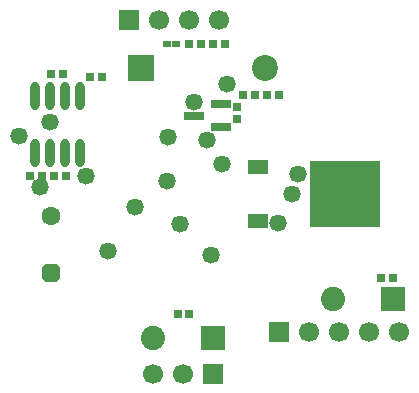
<source format=gbr>
G04 Layer_Color=8388736*
%FSLAX42Y42*%
%MOMM*%
%TF.FileFunction,Soldermask,Top*%
%TF.Part,Single*%
G01*
G75*
%TA.AperFunction,SMDPad,CuDef*%
%ADD39R,1.70X0.80*%
%ADD40R,1.80X1.20*%
%ADD41R,5.90X5.70*%
%ADD42R,0.80X0.70*%
%ADD43R,0.70X0.80*%
%ADD44R,0.70X0.50*%
%ADD45O,0.80X2.40*%
%TA.AperFunction,ComponentPad*%
%ADD46C,2.05*%
%ADD47R,2.05X2.05*%
G04:AMPARAMS|DCode=48|XSize=1.6mm|YSize=1.6mm|CornerRadius=0mm|HoleSize=0mm|Usage=FLASHONLY|Rotation=90.000|XOffset=0mm|YOffset=0mm|HoleType=Round|Shape=Octagon|*
%AMOCTAGOND48*
4,1,8,0.40,0.80,-0.40,0.80,-0.80,0.40,-0.80,-0.40,-0.40,-0.80,0.40,-0.80,0.80,-0.40,0.80,0.40,0.40,0.80,0.0*
%
%ADD48OCTAGOND48*%

%ADD49C,1.60*%
%ADD50C,2.20*%
%ADD51R,2.20X2.20*%
%ADD52C,1.70*%
%ADD53R,1.70X1.70*%
%TA.AperFunction,ViaPad*%
%ADD54C,1.47*%
D39*
X1868Y2394D02*
D03*
Y2584D02*
D03*
X1638Y2489D02*
D03*
D40*
X2181Y2057D02*
D03*
Y1600D02*
D03*
D41*
X2921Y1829D02*
D03*
D42*
X863Y2819D02*
D03*
X763D02*
D03*
X2058Y2667D02*
D03*
X2158D02*
D03*
X1601Y3099D02*
D03*
X1701D02*
D03*
X533Y2845D02*
D03*
X433D02*
D03*
X2361Y2667D02*
D03*
X2261D02*
D03*
X1904Y3099D02*
D03*
X1804D02*
D03*
X255Y1981D02*
D03*
X355D02*
D03*
X458D02*
D03*
X558D02*
D03*
X1500Y813D02*
D03*
X1600D02*
D03*
X3327Y1118D02*
D03*
X3227D02*
D03*
D43*
X2007Y2564D02*
D03*
Y2464D02*
D03*
D44*
X1483Y3099D02*
D03*
X1413D02*
D03*
D45*
X673Y2653D02*
D03*
X546D02*
D03*
X419D02*
D03*
X292D02*
D03*
X673Y2173D02*
D03*
X546D02*
D03*
X419D02*
D03*
X292D02*
D03*
D46*
X1295Y610D02*
D03*
X2819Y940D02*
D03*
D47*
X1803Y610D02*
D03*
X3327Y940D02*
D03*
D48*
X432Y1153D02*
D03*
D49*
Y1641D02*
D03*
D50*
X2240Y2896D02*
D03*
D51*
X1194D02*
D03*
D52*
X1854Y3302D02*
D03*
X1600D02*
D03*
X1346D02*
D03*
X1549Y305D02*
D03*
X1295D02*
D03*
X3374Y660D02*
D03*
X3120D02*
D03*
X2866D02*
D03*
X2612D02*
D03*
D53*
X1092Y3302D02*
D03*
X1803Y305D02*
D03*
X2358Y660D02*
D03*
D54*
X1918Y2761D02*
D03*
X914Y1339D02*
D03*
X1875Y2080D02*
D03*
X1783Y1306D02*
D03*
X724Y1977D02*
D03*
X1136Y1712D02*
D03*
X1521Y1573D02*
D03*
X2517Y1994D02*
D03*
X2466Y1824D02*
D03*
X1420Y2311D02*
D03*
X1643Y2603D02*
D03*
X155Y2316D02*
D03*
X2347Y1580D02*
D03*
X1415Y1933D02*
D03*
X1753Y2281D02*
D03*
X424Y2438D02*
D03*
X338Y1882D02*
D03*
%TF.MD5,b3ec1dec26b78043ce3db371899c59dd*%
M02*

</source>
